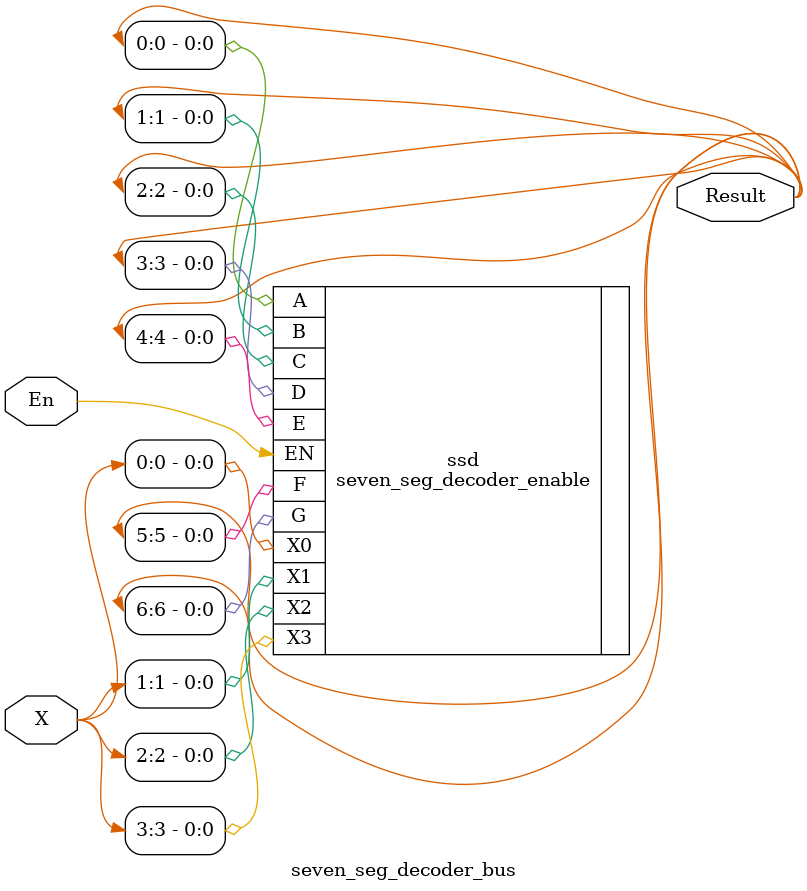
<source format=v>

`include "seven_seg_decoder_enable.v"

module seven_seg_decoder_bus(X, Result, En);
  input [3:0] X;
  input En;
  output [6:0] Result;

  seven_seg_decoder_enable ssd (.X3(X[3]), .X2(X[2]), .X1(X[1]), .X0(X[0]), .A(Result[0]), .B(Result[1]), .C(Result[2]), .D(Result[3]), .E(Result[4]), .F(Result[5]), .G(Result[6]), .EN(En));

endmodule

</source>
